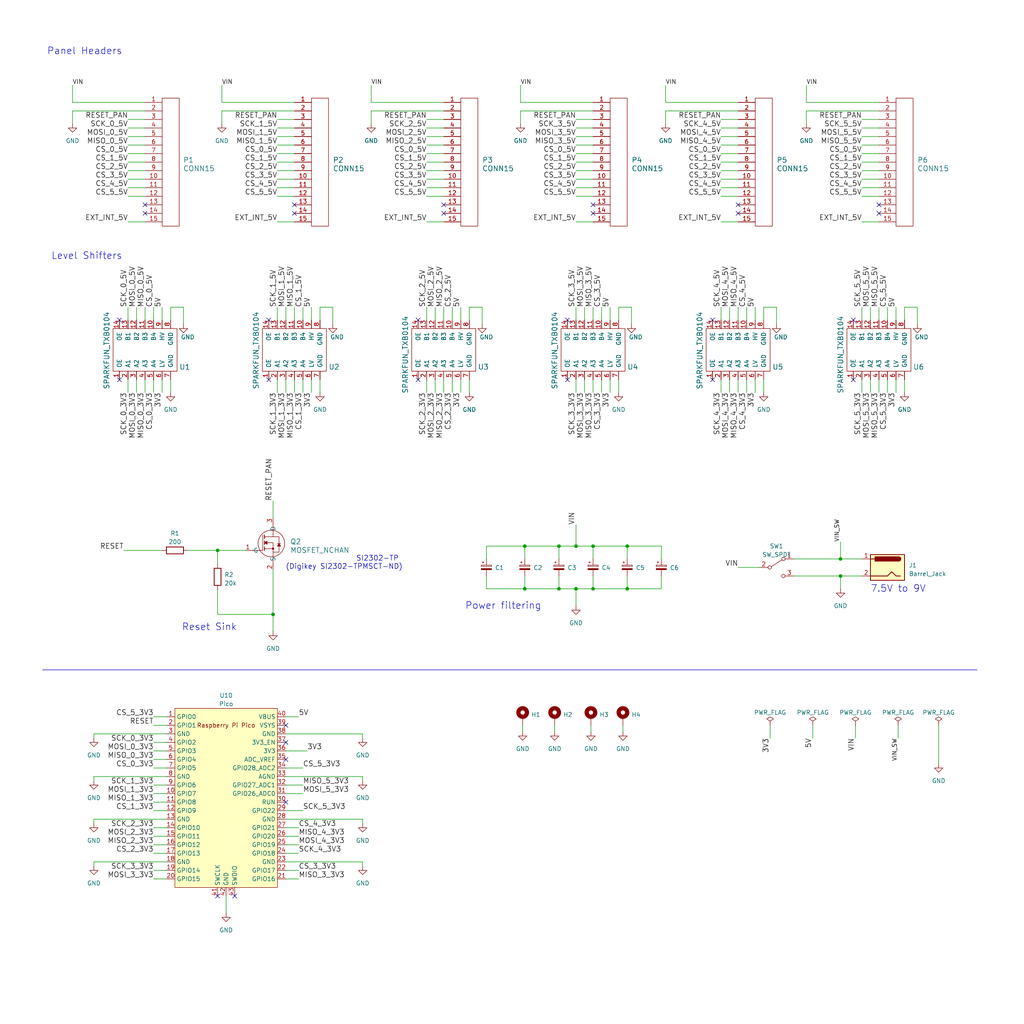
<source format=kicad_sch>
(kicad_sch (version 20230121) (generator eeschema)
  (paper "User" 304.8 304.8)
  (title_block (title "G4 Test Arena Raspberry Pi Pico") (date "07/14/2023") (rev "v0.1") (company "IORodeo"))
  (lib_symbols
    (symbol "Connector:Barrel_Jack" (pin_names (offset 1.016))
      (property "Reference" "J" (at 0 5.334 0))
      (property "Value" "Barrel_Jack" (at 0 -5.08 0))
      (symbol "Barrel_Jack_1_1"
        (pin passive line (at 7.62 2.54 180) (length 2.54) (name "~") (number "1"))
        (pin passive line (at 7.62 -2.54 180) (length 2.54) (name "~") (number "2"))
      )
    )
    (symbol "Device:C_Polarized_Small" (pin_numbers hide) (pin_names (offset 0.254) hide)
      (property "Reference" "C" (at 0.254 1.778 0))
      (property "Value" "C_Polarized_Small" (at 0.254 -2.032 0))
      (symbol "C_Polarized_Small_1_1"
        (pin passive line (at 0 2.54 270) (length 1.8542) (name "~") (number "1"))
        (pin passive line (at 0 -2.54 90) (length 1.8542) (name "~") (number "2"))
      )
    )
    (symbol "Device:R" (pin_numbers hide) (pin_names (offset 0))
      (property "Reference" "R" (at 2.032 0 90))
      (property "Value" "R" (at 0 0 90))
      (symbol "R_1_1"
        (pin passive line (at 0 3.81 270) (length 1.27) (name "~") (number "1"))
        (pin passive line (at 0 -3.81 90) (length 1.27) (name "~") (number "2"))
      )
    )
    (symbol "MCU_RaspberryPi_and_Boards:Pico"
      (property "Reference" "U" (at -13.97 27.94 0))
      (property "Value" "Pico" (at 0 19.05 0))
      (symbol "Pico_0_0"
        (text "Raspberry Pi Pico" (at 0 21.59 0) (effects (font (size 1.27 1.27))))
      )
      (symbol "Pico_1_1"
        (pin bidirectional line (at -17.78 24.13 0) (length 2.54) (name "GPIO0") (number "1"))
        (pin bidirectional line (at -17.78 1.27 0) (length 2.54) (name "GPIO7") (number "10"))
        (pin bidirectional line (at -17.78 -1.27 0) (length 2.54) (name "GPIO8") (number "11"))
        (pin bidirectional line (at -17.78 -3.81 0) (length 2.54) (name "GPIO9") (number "12"))
        (pin power_in line (at -17.78 -6.35 0) (length 2.54) (name "GND") (number "13"))
        (pin bidirectional line (at -17.78 -8.89 0) (length 2.54) (name "GPIO10") (number "14"))
        (pin bidirectional line (at -17.78 -11.43 0) (length 2.54) (name "GPIO11") (number "15"))
        (pin bidirectional line (at -17.78 -13.97 0) (length 2.54) (name "GPIO12") (number "16"))
        (pin bidirectional line (at -17.78 -16.51 0) (length 2.54) (name "GPIO13") (number "17"))
        (pin power_in line (at -17.78 -19.05 0) (length 2.54) (name "GND") (number "18"))
        (pin bidirectional line (at -17.78 -21.59 0) (length 2.54) (name "GPIO14") (number "19"))
        (pin bidirectional line (at -17.78 21.59 0) (length 2.54) (name "GPIO1") (number "2"))
        (pin bidirectional line (at -17.78 -24.13 0) (length 2.54) (name "GPIO15") (number "20"))
        (pin bidirectional line (at 17.78 -24.13 180) (length 2.54) (name "GPIO16") (number "21"))
        (pin bidirectional line (at 17.78 -21.59 180) (length 2.54) (name "GPIO17") (number "22"))
        (pin power_in line (at 17.78 -19.05 180) (length 2.54) (name "GND") (number "23"))
        (pin bidirectional line (at 17.78 -16.51 180) (length 2.54) (name "GPIO18") (number "24"))
        (pin bidirectional line (at 17.78 -13.97 180) (length 2.54) (name "GPIO19") (number "25"))
        (pin bidirectional line (at 17.78 -11.43 180) (length 2.54) (name "GPIO20") (number "26"))
        (pin bidirectional line (at 17.78 -8.89 180) (length 2.54) (name "GPIO21") (number "27"))
        (pin power_in line (at 17.78 -6.35 180) (length 2.54) (name "GND") (number "28"))
        (pin bidirectional line (at 17.78 -3.81 180) (length 2.54) (name "GPIO22") (number "29"))
        (pin power_in line (at -17.78 19.05 0) (length 2.54) (name "GND") (number "3"))
        (pin input line (at 17.78 -1.27 180) (length 2.54) (name "RUN") (number "30"))
        (pin bidirectional line (at 17.78 1.27 180) (length 2.54) (name "GPIO26_ADC0") (number "31"))
        (pin bidirectional line (at 17.78 3.81 180) (length 2.54) (name "GPIO27_ADC1") (number "32"))
        (pin power_in line (at 17.78 6.35 180) (length 2.54) (name "AGND") (number "33"))
        (pin bidirectional line (at 17.78 8.89 180) (length 2.54) (name "GPIO28_ADC2") (number "34"))
        (pin power_in line (at 17.78 11.43 180) (length 2.54) (name "ADC_VREF") (number "35"))
        (pin power_in line (at 17.78 13.97 180) (length 2.54) (name "3V3") (number "36"))
        (pin input line (at 17.78 16.51 180) (length 2.54) (name "3V3_EN") (number "37"))
        (pin bidirectional line (at 17.78 19.05 180) (length 2.54) (name "GND") (number "38"))
        (pin power_in line (at 17.78 21.59 180) (length 2.54) (name "VSYS") (number "39"))
        (pin bidirectional line (at -17.78 16.51 0) (length 2.54) (name "GPIO2") (number "4"))
        (pin power_in line (at 17.78 24.13 180) (length 2.54) (name "VBUS") (number "40"))
        (pin input line (at -2.54 -29.21 90) (length 2.54) (name "SWCLK") (number "41"))
        (pin power_in line (at 0 -29.21 90) (length 2.54) (name "GND") (number "42"))
        (pin bidirectional line (at 2.54 -29.21 90) (length 2.54) (name "SWDIO") (number "43"))
        (pin bidirectional line (at -17.78 13.97 0) (length 2.54) (name "GPIO3") (number "5"))
        (pin bidirectional line (at -17.78 11.43 0) (length 2.54) (name "GPIO4") (number "6"))
        (pin bidirectional line (at -17.78 8.89 0) (length 2.54) (name "GPIO5") (number "7"))
        (pin power_in line (at -17.78 6.35 0) (length 2.54) (name "GND") (number "8"))
        (pin bidirectional line (at -17.78 3.81 0) (length 2.54) (name "GPIO6") (number "9"))
      )
    )
    (symbol "Mechanical:MountingHole_Pad" (pin_numbers hide) (pin_names (offset 1.016) hide)
      (property "Reference" "H" (at 0 6.35 0))
      (property "Value" "MountingHole_Pad" (at 0 4.445 0))
      (symbol "MountingHole_Pad_1_1"
        (pin input line (at 0 -2.54 90) (length 2.54) (name "1") (number "1"))
      )
    )
    (symbol "Switch:SW_SPDT" (pin_names (offset 0) hide)
      (property "Reference" "SW" (at 0 4.318 0))
      (property "Value" "SW_SPDT" (at 0 -5.08 0))
      (symbol "SW_SPDT_1_1"
        (pin passive line (at 5.08 2.54 180) (length 2.54) (name "A") (number "1"))
        (pin passive line (at -5.08 0 0) (length 2.54) (name "B") (number "2"))
        (pin passive line (at 5.08 -2.54 180) (length 2.54) (name "C") (number "3"))
      )
    )
    (symbol "arena_custom:CONN15" (pin_names (offset 1.016))
      (property "Reference" "P" (at -17.78 6.35 0))
      (property "Value" "CONN15" (at 13.97 6.35 0))
      (symbol "CONN15_1_1"
        (pin passive line (at -17.78 -5.08 90) (length 5.08) (name "~") (number "1"))
        (pin passive line (at 5.08 -5.08 90) (length 5.08) (name "~") (number "10"))
        (pin passive line (at 7.62 -5.08 90) (length 5.08) (name "~") (number "11"))
        (pin passive line (at 10.16 -5.08 90) (length 5.08) (name "~") (number "12"))
        (pin passive line (at 12.7 -5.08 90) (length 5.08) (name "~") (number "13"))
        (pin passive line (at 15.24 -5.08 90) (length 5.08) (name "~") (number "14"))
        (pin passive line (at 17.78 -5.08 90) (length 5.08) (name "~") (number "15"))
        (pin passive line (at -15.24 -5.08 90) (length 5.08) (name "~") (number "2"))
        (pin passive line (at -12.7 -5.08 90) (length 5.08) (name "~") (number "3"))
        (pin passive line (at -10.16 -5.08 90) (length 5.08) (name "~") (number "4"))
        (pin passive line (at -7.62 -5.08 90) (length 5.08) (name "~") (number "5"))
        (pin passive line (at -5.08 -5.08 90) (length 5.08) (name "~") (number "6"))
        (pin passive line (at -2.54 -5.08 90) (length 5.08) (name "~") (number "7"))
        (pin passive line (at 0 -5.08 90) (length 5.08) (name "~") (number "8"))
        (pin passive line (at 2.54 -5.08 90) (length 5.08) (name "~") (number "9"))
      )
    )
    (symbol "arena_custom:MOSFET_NCHAN" (pin_names (offset 1.016))
      (property "Reference" "Q" (at -4.826 6.35 0))
      (property "Value" "MOSFET_NCHAN" (at 0.381 -7.62 0))
      (symbol "MOSFET_NCHAN_1_1"
        (pin input line (at -8.128 0 0) (length 1.27) (name "G") (number "1"))
        (pin input line (at 0 -5.588 90) (length 1.27) (name "S") (number "2"))
        (pin input line (at 0 9.525 270) (length 1.27) (name "D") (number "3"))
      )
    )
    (symbol "arena_custom:SPARKFUN_TXB0104" (pin_names (offset 1.016))
      (property "Reference" "U" (at 0 11.43 0))
      (property "Value" "SPARKFUN_TXB0104" (at 0 -11.43 0))
      (symbol "SPARKFUN_TXB0104_1_1"
        (pin passive line (at -8.89 7.62 0) (length 2.54) (name "OE") (number "1"))
        (pin input line (at 8.89 -2.54 180) (length 2.54) (name "B4") (number "10"))
        (pin bidirectional line (at 8.89 0 180) (length 2.54) (name "B3") (number "11"))
        (pin bidirectional line (at 8.89 2.54 180) (length 2.54) (name "B2") (number "12"))
        (pin bidirectional line (at 8.89 5.08 180) (length 2.54) (name "B1") (number "13"))
        (pin passive line (at 8.89 7.62 180) (length 2.54) (name "OE") (number "14"))
        (pin bidirectional line (at -8.89 5.08 0) (length 2.54) (name "A1") (number "2"))
        (pin bidirectional line (at -8.89 2.54 0) (length 2.54) (name "A2") (number "3"))
        (pin input line (at -8.89 0 0) (length 2.54) (name "A3") (number "4"))
        (pin bidirectional line (at -8.89 -2.54 0) (length 2.54) (name "A4") (number "5"))
        (pin power_in line (at -8.89 -5.08 0) (length 2.54) (name "LV") (number "6"))
        (pin power_in line (at -8.89 -7.62 0) (length 2.54) (name "GND") (number "7"))
        (pin power_in line (at 8.89 -7.62 180) (length 2.54) (name "GND") (number "8"))
        (pin power_in line (at 8.89 -5.08 180) (length 2.54) (name "HV") (number "9"))
      )
    )
    (symbol "power:GND" (power) (pin_names (offset 0))
      (property "Value" "GND" (at 0 -3.81 0))
      (symbol "GND_1_1"
        (pin power_in line (at 0 0 270) (length 0) hide (name "GND") (number "1"))
      )
    )
    (symbol "power:PWR_FLAG" (power) (pin_numbers hide) (pin_names (offset 0) hide)
      (property "Value" "PWR_FLAG" (at 0 3.81 0))
      (symbol "PWR_FLAG_0_0"
        (pin power_out line (at 0 0 90) (length 0) (name "pwr") (number "1"))
      )
    )
  )
  (junction (at 186.69 162.56))
  (junction (at 171.45 162.56))
  (junction (at 156.21 175.26))
  (junction (at 166.37 162.56))
  (junction (at 64.77 163.83))
  (junction (at 186.69 175.26))
  (junction (at 156.21 162.56))
  (junction (at 176.53 175.26))
  (junction (at 176.53 162.56))
  (junction (at 171.45 175.26))
  (junction (at 250.19 166.37))
  (junction (at 250.19 171.45))
  (junction (at 166.37 175.26))
  (junction (at 81.28 182.88))
  (no_connect (at 132.08 60.96))
  (no_connect (at 85.09 215.9))
  (no_connect (at 35.56 113.03))
  (no_connect (at 43.18 60.96))
  (no_connect (at 168.91 113.03))
  (no_connect (at 85.09 220.98))
  (no_connect (at 124.46 113.03))
  (no_connect (at 176.53 63.5))
  (no_connect (at 254 95.25))
  (no_connect (at 261.62 60.96))
  (no_connect (at 85.09 226.06))
  (no_connect (at 87.63 63.5))
  (no_connect (at 80.01 95.25))
  (no_connect (at 212.09 113.03))
  (no_connect (at 176.53 60.96))
  (no_connect (at 168.91 95.25))
  (no_connect (at 80.01 113.03))
  (no_connect (at 87.63 60.96))
  (no_connect (at 64.77 266.7))
  (no_connect (at 219.71 63.5))
  (no_connect (at 85.09 238.76))
  (no_connect (at 261.62 63.5))
  (no_connect (at 219.71 60.96))
  (no_connect (at 69.85 266.7))
  (no_connect (at 254 113.03))
  (no_connect (at 212.09 95.25))
  (no_connect (at 124.46 95.25))
  (no_connect (at 35.56 95.25))
  (no_connect (at 43.18 63.5))
  (no_connect (at 132.08 63.5))
  (wire (pts (xy 82.55 113.03) (xy 82.55 116.84)))
  (wire (pts (xy 66.04 33.02) (xy 87.63 33.02)))
  (wire (pts (xy 85.09 218.44) (xy 107.95 218.44)))
  (wire (pts (xy 176.53 162.56) (xy 176.53 166.37)))
  (polyline (pts (xy 12.7 199.39) (xy 290.83 199.39)))
  (wire (pts (xy 88.9 254) (xy 85.09 254)))
  (wire (pts (xy 261.62 50.8) (xy 256.54 50.8)))
  (wire (pts (xy 227.33 113.03) (xy 227.33 116.84)))
  (wire (pts (xy 45.72 259.08) (xy 49.53 259.08)))
  (wire (pts (xy 50.8 91.44) (xy 54.61 91.44)))
  (wire (pts (xy 45.72 261.62) (xy 49.53 261.62)))
  (wire (pts (xy 43.18 40.64) (xy 38.1 40.64)))
  (wire (pts (xy 171.45 175.26) (xy 171.45 180.34)))
  (wire (pts (xy 95.25 91.44) (xy 99.06 91.44)))
  (wire (pts (xy 224.79 113.03) (xy 224.79 116.84)))
  (wire (pts (xy 87.63 38.1) (xy 82.55 38.1)))
  (wire (pts (xy 219.71 53.34) (xy 214.63 53.34)))
  (wire (pts (xy 154.94 33.02) (xy 176.53 33.02)))
  (wire (pts (xy 132.08 55.88) (xy 127 55.88)))
  (wire (pts (xy 45.72 223.52) (xy 49.53 223.52)))
  (wire (pts (xy 45.72 251.46) (xy 49.53 251.46)))
  (wire (pts (xy 87.63 43.18) (xy 82.55 43.18)))
  (wire (pts (xy 87.63 50.8) (xy 82.55 50.8)))
  (wire (pts (xy 219.71 45.72) (xy 214.63 45.72)))
  (wire (pts (xy 261.62 38.1) (xy 256.54 38.1)))
  (wire (pts (xy 219.71 55.88) (xy 214.63 55.88)))
  (wire (pts (xy 261.62 43.18) (xy 256.54 43.18)))
  (wire (pts (xy 40.64 113.03) (xy 40.64 116.84)))
  (wire (pts (xy 240.03 33.02) (xy 240.03 36.83)))
  (wire (pts (xy 144.78 162.56) (xy 156.21 162.56)))
  (wire (pts (xy 186.69 162.56) (xy 186.69 166.37)))
  (wire (pts (xy 219.71 58.42) (xy 214.63 58.42)))
  (wire (pts (xy 95.25 91.44) (xy 95.25 95.25)))
  (wire (pts (xy 43.18 66.04) (xy 38.1 66.04)))
  (wire (pts (xy 43.18 45.72) (xy 38.1 45.72)))
  (wire (pts (xy 264.16 95.25) (xy 264.16 91.44)))
  (wire (pts (xy 88.9 251.46) (xy 85.09 251.46)))
  (wire (pts (xy 27.94 218.44) (xy 27.94 219.71)))
  (wire (pts (xy 87.63 58.42) (xy 82.55 58.42)))
  (wire (pts (xy 38.1 113.03) (xy 38.1 116.84)))
  (wire (pts (xy 88.9 259.08) (xy 85.09 259.08)))
  (wire (pts (xy 64.77 182.88) (xy 81.28 182.88)))
  (wire (pts (xy 21.59 25.4) (xy 21.59 30.48)))
  (wire (pts (xy 132.08 48.26) (xy 127 48.26)))
  (wire (pts (xy 176.53 113.03) (xy 176.53 116.84)))
  (wire (pts (xy 219.71 35.56) (xy 214.63 35.56)))
  (wire (pts (xy 137.16 95.25) (xy 137.16 91.44)))
  (wire (pts (xy 240.03 30.48) (xy 261.62 30.48)))
  (wire (pts (xy 176.53 50.8) (xy 171.45 50.8)))
  (wire (pts (xy 139.7 113.03) (xy 139.7 116.84)))
  (wire (pts (xy 43.18 38.1) (xy 38.1 38.1)))
  (wire (pts (xy 198.12 33.02) (xy 198.12 36.83)))
  (wire (pts (xy 261.62 58.42) (xy 256.54 58.42)))
  (wire (pts (xy 261.62 113.03) (xy 261.62 116.84)))
  (wire (pts (xy 176.53 55.88) (xy 171.45 55.88)))
  (wire (pts (xy 66.04 33.02) (xy 66.04 36.83)))
  (wire (pts (xy 43.18 53.34) (xy 38.1 53.34)))
  (wire (pts (xy 176.53 175.26) (xy 186.69 175.26)))
  (wire (pts (xy 156.21 162.56) (xy 166.37 162.56)))
  (wire (pts (xy 266.7 95.25) (xy 266.7 91.44)))
  (wire (pts (xy 43.18 50.8) (xy 38.1 50.8)))
  (wire (pts (xy 127 113.03) (xy 127 116.84)))
  (wire (pts (xy 27.94 256.54) (xy 27.94 257.81)))
  (wire (pts (xy 45.72 233.68) (xy 49.53 233.68)))
  (wire (pts (xy 45.72 254) (xy 49.53 254)))
  (wire (pts (xy 82.55 95.25) (xy 82.55 91.44)))
  (wire (pts (xy 67.31 266.7) (xy 67.31 271.78)))
  (wire (pts (xy 132.08 53.34) (xy 127 53.34)))
  (wire (pts (xy 45.72 213.36) (xy 49.53 213.36)))
  (wire (pts (xy 21.59 30.48) (xy 43.18 30.48)))
  (wire (pts (xy 45.72 238.76) (xy 49.53 238.76)))
  (wire (pts (xy 129.54 95.25) (xy 129.54 91.44)))
  (wire (pts (xy 85.09 243.84) (xy 107.95 243.84)))
  (wire (pts (xy 110.49 25.4) (xy 110.49 30.48)))
  (wire (pts (xy 173.99 113.03) (xy 173.99 116.84)))
  (wire (pts (xy 110.49 30.48) (xy 132.08 30.48)))
  (wire (pts (xy 90.17 113.03) (xy 90.17 116.84)))
  (wire (pts (xy 43.18 35.56) (xy 38.1 35.56)))
  (wire (pts (xy 43.18 48.26) (xy 38.1 48.26)))
  (wire (pts (xy 45.72 236.22) (xy 49.53 236.22)))
  (wire (pts (xy 256.54 113.03) (xy 256.54 116.84)))
  (wire (pts (xy 166.37 162.56) (xy 166.37 166.37)))
  (wire (pts (xy 85.09 228.6) (xy 90.17 228.6)))
  (wire (pts (xy 88.9 246.38) (xy 85.09 246.38)))
  (wire (pts (xy 66.04 30.48) (xy 87.63 30.48)))
  (wire (pts (xy 107.95 243.84) (xy 107.95 245.11)))
  (wire (pts (xy 198.12 25.4) (xy 198.12 30.48)))
  (wire (pts (xy 229.235 215.9) (xy 229.235 219.71)))
  (wire (pts (xy 27.94 231.14) (xy 27.94 232.41)))
  (wire (pts (xy 85.09 113.03) (xy 85.09 116.84)))
  (wire (pts (xy 176.53 162.56) (xy 186.69 162.56)))
  (wire (pts (xy 176.53 95.25) (xy 176.53 91.44)))
  (wire (pts (xy 264.16 113.03) (xy 264.16 116.84)))
  (wire (pts (xy 179.07 95.25) (xy 179.07 91.44)))
  (wire (pts (xy 137.16 113.03) (xy 137.16 116.84)))
  (wire (pts (xy 107.95 218.44) (xy 107.95 219.71)))
  (wire (pts (xy 66.04 25.4) (xy 66.04 30.48)))
  (wire (pts (xy 88.9 261.62) (xy 85.09 261.62)))
  (wire (pts (xy 45.72 226.06) (xy 49.53 226.06)))
  (wire (pts (xy 176.53 48.26) (xy 171.45 48.26)))
  (wire (pts (xy 85.09 213.36) (xy 88.9 213.36)))
  (wire (pts (xy 87.63 95.25) (xy 87.63 91.44)))
  (wire (pts (xy 144.78 171.45) (xy 144.78 175.26)))
  (wire (pts (xy 181.61 95.25) (xy 181.61 91.44)))
  (wire (pts (xy 186.69 175.26) (xy 186.69 171.45)))
  (wire (pts (xy 219.71 38.1) (xy 214.63 38.1)))
  (wire (pts (xy 279.4 215.9) (xy 279.4 227.33)))
  (wire (pts (xy 171.45 53.34) (xy 176.53 53.34)))
  (wire (pts (xy 87.63 40.64) (xy 82.55 40.64)))
  (wire (pts (xy 269.24 113.03) (xy 269.24 116.84)))
  (wire (pts (xy 166.37 162.56) (xy 171.45 162.56)))
  (wire (pts (xy 95.25 113.03) (xy 95.25 116.84)))
  (wire (pts (xy 132.08 50.8) (xy 127 50.8)))
  (wire (pts (xy 214.63 113.03) (xy 214.63 116.84)))
  (wire (pts (xy 88.9 248.92) (xy 85.09 248.92)))
  (wire (pts (xy 250.19 171.45) (xy 250.19 175.26)))
  (wire (pts (xy 155.575 215.9) (xy 155.575 217.805)))
  (wire (pts (xy 49.53 243.84) (xy 27.94 243.84)))
  (wire (pts (xy 196.85 162.56) (xy 196.85 166.37)))
  (wire (pts (xy 171.45 175.26) (xy 176.53 175.26)))
  (wire (pts (xy 261.62 95.25) (xy 261.62 91.44)))
  (wire (pts (xy 256.54 95.25) (xy 256.54 91.44)))
  (wire (pts (xy 154.94 25.4) (xy 154.94 30.48)))
  (wire (pts (xy 132.08 38.1) (xy 127 38.1)))
  (wire (pts (xy 176.53 38.1) (xy 171.45 38.1)))
  (wire (pts (xy 45.72 113.03) (xy 45.72 116.84)))
  (wire (pts (xy 176.53 35.56) (xy 171.45 35.56)))
  (wire (pts (xy 176.53 40.64) (xy 171.45 40.64)))
  (wire (pts (xy 175.895 215.9) (xy 175.895 217.805)))
  (wire (pts (xy 144.78 166.37) (xy 144.78 162.56)))
  (wire (pts (xy 176.53 175.26) (xy 176.53 171.45)))
  (wire (pts (xy 48.26 113.03) (xy 48.26 116.84)))
  (wire (pts (xy 45.72 246.38) (xy 49.53 246.38)))
  (wire (pts (xy 171.45 156.21) (xy 171.45 162.56)))
  (wire (pts (xy 132.08 66.04) (xy 127 66.04)))
  (wire (pts (xy 85.09 241.3) (xy 90.17 241.3)))
  (wire (pts (xy 261.62 35.56) (xy 256.54 35.56)))
  (wire (pts (xy 50.8 91.44) (xy 50.8 95.25)))
  (wire (pts (xy 173.99 95.25) (xy 173.99 91.44)))
  (wire (pts (xy 21.59 33.02) (xy 21.59 36.83)))
  (wire (pts (xy 132.08 95.25) (xy 132.08 91.44)))
  (wire (pts (xy 196.85 171.45) (xy 196.85 175.26)))
  (wire (pts (xy 171.45 113.03) (xy 171.45 116.84)))
  (wire (pts (xy 36.83 163.83) (xy 48.26 163.83)))
  (wire (pts (xy 132.08 40.64) (xy 127 40.64)))
  (wire (pts (xy 50.8 113.03) (xy 50.8 116.84)))
  (wire (pts (xy 222.25 113.03) (xy 222.25 116.84)))
  (wire (pts (xy 171.45 162.56) (xy 176.53 162.56)))
  (wire (pts (xy 179.07 113.03) (xy 179.07 116.84)))
  (wire (pts (xy 132.08 45.72) (xy 127 45.72)))
  (wire (pts (xy 250.19 171.45) (xy 256.54 171.45)))
  (wire (pts (xy 236.22 166.37) (xy 250.19 166.37)))
  (wire (pts (xy 43.18 55.88) (xy 38.1 55.88)))
  (wire (pts (xy 43.18 43.18) (xy 38.1 43.18)))
  (wire (pts (xy 226.06 168.91) (xy 219.71 168.91)))
  (wire (pts (xy 154.94 30.48) (xy 176.53 30.48)))
  (wire (pts (xy 250.19 166.37) (xy 256.54 166.37)))
  (wire (pts (xy 132.08 113.03) (xy 132.08 116.84)))
  (wire (pts (xy 110.49 33.02) (xy 110.49 36.83)))
  (wire (pts (xy 261.62 45.72) (xy 256.54 45.72)))
  (wire (pts (xy 241.935 215.9) (xy 241.935 219.71)))
  (wire (pts (xy 139.7 91.44) (xy 139.7 95.25)))
  (wire (pts (xy 184.15 91.44) (xy 187.96 91.44)))
  (wire (pts (xy 45.72 248.92) (xy 49.53 248.92)))
  (wire (pts (xy 87.63 53.34) (xy 82.55 53.34)))
  (wire (pts (xy 107.95 256.54) (xy 107.95 257.81)))
  (wire (pts (xy 267.335 215.9) (xy 267.335 219.71)))
  (wire (pts (xy 217.17 113.03) (xy 217.17 116.84)))
  (wire (pts (xy 219.71 40.64) (xy 214.63 40.64)))
  (wire (pts (xy 261.62 48.26) (xy 256.54 48.26)))
  (wire (pts (xy 45.72 241.3) (xy 49.53 241.3)))
  (wire (pts (xy 27.94 243.84) (xy 27.94 245.11)))
  (wire (pts (xy 92.71 113.03) (xy 92.71 116.84)))
  (wire (pts (xy 144.78 175.26) (xy 156.21 175.26)))
  (wire (pts (xy 85.09 223.52) (xy 91.44 223.52)))
  (wire (pts (xy 219.71 48.26) (xy 214.63 48.26)))
  (wire (pts (xy 49.53 218.44) (xy 27.94 218.44)))
  (wire (pts (xy 198.12 33.02) (xy 219.71 33.02)))
  (wire (pts (xy 184.15 91.44) (xy 184.15 95.25)))
  (wire (pts (xy 261.62 40.64) (xy 256.54 40.64)))
  (wire (pts (xy 85.09 95.25) (xy 85.09 91.44)))
  (wire (pts (xy 85.09 236.22) (xy 90.17 236.22)))
  (wire (pts (xy 87.63 55.88) (xy 82.55 55.88)))
  (wire (pts (xy 254.635 215.9) (xy 254.635 219.71)))
  (wire (pts (xy 181.61 113.03) (xy 181.61 116.84)))
  (wire (pts (xy 134.62 95.25) (xy 134.62 91.44)))
  (wire (pts (xy 219.71 113.03) (xy 219.71 116.84)))
  (wire (pts (xy 250.19 166.37) (xy 250.19 161.29)))
  (wire (pts (xy 45.72 228.6) (xy 49.53 228.6)))
  (wire (pts (xy 184.15 113.03) (xy 184.15 116.84)))
  (wire (pts (xy 85.09 231.14) (xy 107.95 231.14)))
  (wire (pts (xy 21.59 33.02) (xy 43.18 33.02)))
  (wire (pts (xy 87.63 35.56) (xy 82.55 35.56)))
  (wire (pts (xy 49.53 231.14) (xy 27.94 231.14)))
  (wire (pts (xy 129.54 113.03) (xy 129.54 116.84)))
  (wire (pts (xy 219.71 66.04) (xy 214.63 66.04)))
  (wire (pts (xy 55.88 163.83) (xy 64.77 163.83)))
  (wire (pts (xy 269.24 91.44) (xy 269.24 95.25)))
  (wire (pts (xy 196.85 175.26) (xy 186.69 175.26)))
  (wire (pts (xy 132.08 43.18) (xy 127 43.18)))
  (wire (pts (xy 48.26 95.25) (xy 48.26 91.44)))
  (wire (pts (xy 85.09 233.68) (xy 90.17 233.68)))
  (wire (pts (xy 99.06 91.44) (xy 99.06 96.52)))
  (wire (pts (xy 227.33 91.44) (xy 231.14 91.44)))
  (wire (pts (xy 45.72 95.25) (xy 45.72 91.44)))
  (wire (pts (xy 219.71 95.25) (xy 219.71 91.44)))
  (wire (pts (xy 81.28 182.88) (xy 81.28 187.96)))
  (wire (pts (xy 261.62 66.04) (xy 256.54 66.04)))
  (wire (pts (xy 224.79 95.25) (xy 224.79 91.44)))
  (wire (pts (xy 187.96 91.44) (xy 187.96 96.52)))
  (wire (pts (xy 90.17 95.25) (xy 90.17 91.44)))
  (wire (pts (xy 176.53 45.72) (xy 171.45 45.72)))
  (wire (pts (xy 54.61 91.44) (xy 54.61 96.52)))
  (wire (pts (xy 176.53 58.42) (xy 171.45 58.42)))
  (wire (pts (xy 45.72 220.98) (xy 49.53 220.98)))
  (wire (pts (xy 107.95 231.14) (xy 107.95 232.41)))
  (wire (pts (xy 266.7 113.03) (xy 266.7 116.84)))
  (wire (pts (xy 134.62 113.03) (xy 134.62 116.84)))
  (wire (pts (xy 240.03 25.4) (xy 240.03 30.48)))
  (wire (pts (xy 156.21 162.56) (xy 156.21 166.37)))
  (wire (pts (xy 165.1 215.9) (xy 165.1 217.805)))
  (wire (pts (xy 43.18 58.42) (xy 38.1 58.42)))
  (wire (pts (xy 261.62 53.34) (xy 256.54 53.34)))
  (wire (pts (xy 49.53 256.54) (xy 27.94 256.54)))
  (wire (pts (xy 231.14 91.44) (xy 231.14 96.52)))
  (wire (pts (xy 222.25 95.25) (xy 222.25 91.44)))
  (wire (pts (xy 171.45 43.18) (xy 176.53 43.18)))
  (wire (pts (xy 110.49 33.02) (xy 132.08 33.02)))
  (wire (pts (xy 166.37 175.26) (xy 171.45 175.26)))
  (wire (pts (xy 259.08 95.25) (xy 259.08 91.44)))
  (wire (pts (xy 87.63 45.72) (xy 82.55 45.72)))
  (wire (pts (xy 166.37 171.45) (xy 166.37 175.26)))
  (wire (pts (xy 38.1 95.25) (xy 38.1 91.44)))
  (wire (pts (xy 64.77 163.83) (xy 64.77 167.894)))
  (wire (pts (xy 261.62 55.88) (xy 256.54 55.88)))
  (wire (pts (xy 40.64 95.25) (xy 40.64 91.44)))
  (wire (pts (xy 85.09 256.54) (xy 107.95 256.54)))
  (wire (pts (xy 92.71 95.25) (xy 92.71 91.44)))
  (wire (pts (xy 219.71 43.18) (xy 214.63 43.18)))
  (wire (pts (xy 87.63 48.26) (xy 82.55 48.26)))
  (wire (pts (xy 176.53 66.04) (xy 171.45 66.04)))
  (wire (pts (xy 156.21 175.26) (xy 166.37 175.26)))
  (wire (pts (xy 45.72 215.9) (xy 49.53 215.9)))
  (wire (pts (xy 43.18 113.03) (xy 43.18 116.84)))
  (wire (pts (xy 269.24 91.44) (xy 273.05 91.44)))
  (wire (pts (xy 132.08 58.42) (xy 127 58.42)))
  (wire (pts (xy 259.08 113.03) (xy 259.08 116.84)))
  (wire (pts (xy 87.63 66.04) (xy 82.55 66.04)))
  (wire (pts (xy 139.7 91.44) (xy 143.51 91.44)))
  (wire (pts (xy 198.12 30.48) (xy 219.71 30.48)))
  (wire (pts (xy 154.94 33.02) (xy 154.94 36.83)))
  (wire (pts (xy 171.45 95.25) (xy 171.45 91.44)))
  (wire (pts (xy 43.18 95.25) (xy 43.18 91.44)))
  (wire (pts (xy 217.17 95.25) (xy 217.17 91.44)))
  (wire (pts (xy 219.71 50.8) (xy 214.63 50.8)))
  (wire (pts (xy 64.77 175.514) (xy 64.77 182.88)))
  (wire (pts (xy 214.63 95.25) (xy 214.63 91.44)))
  (wire (pts (xy 64.77 163.83) (xy 73.152 163.83)))
  (wire (pts (xy 240.03 33.02) (xy 261.62 33.02)))
  (wire (pts (xy 127 95.25) (xy 127 91.44)))
  (wire (pts (xy 156.21 175.26) (xy 156.21 171.45)))
  (wire (pts (xy 87.63 113.03) (xy 87.63 116.84)))
  (wire (pts (xy 81.28 169.418) (xy 81.28 182.88)))
  (wire (pts (xy 81.28 154.305) (xy 81.28 149.098)))
  (wire (pts (xy 143.51 91.44) (xy 143.51 96.52)))
  (wire (pts (xy 185.42 215.9) (xy 185.42 217.805)))
  (wire (pts (xy 132.08 35.56) (xy 127 35.56)))
  (wire (pts (xy 236.22 171.45) (xy 250.19 171.45)))
  (wire (pts (xy 273.05 91.44) (xy 273.05 96.52)))
  (wire (pts (xy 186.69 162.56) (xy 196.85 162.56)))
  (wire (pts (xy 227.33 91.44) (xy 227.33 95.25)))
  (text "SI2302-TP \n(Digikey SI2302-TPMSCT-ND)" (at 119.888 169.672 0) (effects (font (size 1.524 1.524)) (justify right bottom)))
  (text "Level Shifters" (at 15.24 77.47 0) (effects (font (size 2.032 2.032)) (justify left bottom)))
  (text "Panel Headers" (at 13.97 16.51 0) (effects (font (size 2.032 2.032)) (justify left bottom)))
  (text "Power filtering\n" (at 138.43 181.61 0) (effects (font (size 2.032 2.032)) (justify left bottom)))
  (text "7.5V to 9V" (at 259.08 176.53 0) (effects (font (size 2.032 2.032)) (justify left bottom)))
  (text "Reset Sink" (at 54.102 187.96 0) (effects (font (size 2.032 2.032)) (justify left bottom)))
  (label "RESET_PAN" (at 127 35.56 180) (effects (font (size 1.524 1.524))))
  (label "CS_5_5V" (at 82.55 58.42 180) (effects (font (size 1.524 1.524))))
  (label "CS_0_5V" (at 256.54 45.72 180) (effects (font (size 1.524 1.524))))
  (label "CS_2_5V" (at 171.45 50.8 180) (effects (font (size 1.524 1.524))))
  (label "5V" (at 88.9 213.36 0) (effects (font (size 1.524 1.524))))
  (label "CS_2_3V3" (at 134.62 116.84 270) (effects (font (size 1.524 1.524))))
  (label "MISO_4_5V" (at 219.71 91.44 90) (effects (font (size 1.524 1.524))))
  (label "CS_0_5V" (at 127 45.72 180) (effects (font (size 1.524 1.524))))
  (label "CS_3_3V3" (at 179.07 116.84 270) (effects (font (size 1.524 1.524))))
  (label "SCK_1_3V3" (at 82.55 116.84 270) (effects (font (size 1.524 1.524))))
  (label "CS_0_3V3" (at 45.72 116.84 270) (effects (font (size 1.524 1.524))))
  (label "EXT_INT_5V" (at 38.1 66.04 180) (effects (font (size 1.524 1.524))))
  (label "MISO_3_5V" (at 176.53 91.44 90) (effects (font (size 1.524 1.524))))
  (label "MOSI_4_5V" (at 214.63 40.64 180) (effects (font (size 1.524 1.524))))
  (label "MOSI_3_5V" (at 171.45 40.64 180) (effects (font (size 1.524 1.524))))
  (label "MISO_3_5V" (at 171.45 43.18 180) (effects (font (size 1.524 1.524))))
  (label "CS_4_3V3" (at 88.9 246.38 0) (effects (font (size 1.524 1.524))))
  (label "5V" (at 224.79 91.44 90) (effects (font (size 1.524 1.524))))
  (label "5V" (at 266.7 91.44 90) (effects (font (size 1.524 1.524))))
  (label "RESET" (at 36.83 163.83 180) (effects (font (size 1.524 1.524))))
  (label "SCK_4_3V3" (at 214.63 116.84 270) (effects (font (size 1.524 1.524))))
  (label "MOSI_2_5V" (at 129.54 91.44 90) (effects (font (size 1.524 1.524))))
  (label "CS_4_5V" (at 222.25 91.44 90) (effects (font (size 1.524 1.524))))
  (label "CS_3_5V" (at 82.55 53.34 180) (effects (font (size 1.524 1.524))))
  (label "CS_3_5V" (at 127 53.34 180) (effects (font (size 1.524 1.524))))
  (label "MISO_4_5V" (at 214.63 43.18 180) (effects (font (size 1.524 1.524))))
  (label "CS_5_3V3" (at 90.17 228.6 0) (effects (font (size 1.524 1.524))))
  (label "CS_2_5V" (at 127 50.8 180) (effects (font (size 1.524 1.524))))
  (label "SCK_0_3V3" (at 38.1 116.84 270) (effects (font (size 1.524 1.524))))
  (label "MISO_1_5V" (at 82.55 43.18 180) (effects (font (size 1.524 1.524))))
  (label "MISO_5_5V" (at 256.54 43.18 180) (effects (font (size 1.524 1.524))))
  (label "CS_0_5V" (at 45.72 91.44 90) (effects (font (size 1.524 1.524))))
  (label "3V3" (at 48.26 116.84 270) (effects (font (size 1.524 1.524))))
  (label "3V3" (at 266.7 116.84 270) (effects (font (size 1.524 1.524))))
  (label "3V3" (at 229.235 219.71 270) (effects (font (size 1.524 1.524))))
  (label "3V3" (at 92.71 116.84 270) (effects (font (size 1.524 1.524))))
  (label "SCK_1_5V" (at 82.55 38.1 180) (effects (font (size 1.524 1.524))))
  (label "MOSI_5_3V3" (at 90.17 236.22 0) (effects (font (size 1.524 1.524))))
  (label "VIN" (at 219.71 168.91 180) (effects (font (size 1.524 1.524))))
  (label "RESET_PAN" (at 81.28 149.098 90) (effects (font (size 1.524 1.524))))
  (label "MISO_1_3V3" (at 45.72 238.76 180) (effects (font (size 1.524 1.524))))
  (label "EXT_INT_5V" (at 214.63 66.04 180) (effects (font (size 1.524 1.524))))
  (label "MOSI_1_5V" (at 85.09 91.44 90) (effects (font (size 1.524 1.524))))
  (label "SCK_0_5V" (at 38.1 38.1 180) (effects (font (size 1.524 1.524))))
  (label "MOSI_2_3V3" (at 45.72 248.92 180) (effects (font (size 1.524 1.524))))
  (label "CS_0_5V" (at 171.45 45.72 180) (effects (font (size 1.524 1.524))))
  (label "SCK_4_3V3" (at 88.9 254 0) (effects (font (size 1.524 1.524))))
  (label "SCK_2_5V" (at 127 38.1 180) (effects (font (size 1.524 1.524))))
  (label "CS_2_3V3" (at 45.72 254 180) (effects (font (size 1.524 1.524))))
  (label "MOSI_3_5V" (at 173.99 91.44 90) (effects (font (size 1.524 1.524))))
  (label "CS_2_5V" (at 256.54 50.8 180) (effects (font (size 1.524 1.524))))
  (label "SCK_1_5V" (at 82.55 91.44 90) (effects (font (size 1.524 1.524))))
  (label "MOSI_1_5V" (at 82.55 40.64 180) (effects (font (size 1.524 1.524))))
  (label "CS_0_5V" (at 82.55 45.72 180) (effects (font (size 1.524 1.524))))
  (label "5V" (at 92.71 91.44 90) (effects (font (size 1.524 1.524))))
  (label "CS_3_5V" (at 171.45 53.34 180) (effects (font (size 1.524 1.524))))
  (label "MOSI_0_3V3" (at 40.64 116.84 270) (effects (font (size 1.524 1.524))))
  (label "CS_1_3V3" (at 90.17 116.84 270) (effects (font (size 1.524 1.524))))
  (label "CS_1_5V" (at 256.54 48.26 180) (effects (font (size 1.524 1.524))))
  (label "VIN" (at 198.12 25.4 0))
  (label "MISO_0_5V" (at 43.18 91.44 90) (effects (font (size 1.524 1.524))))
  (label "MISO_4_3V3" (at 88.9 248.92 0) (effects (font (size 1.524 1.524))))
  (label "RESET_PAN" (at 38.1 35.56 180) (effects (font (size 1.524 1.524))))
  (label "CS_5_3V3" (at 45.72 213.36 180) (effects (font (size 1.524 1.524))))
  (label "MISO_3_3V3" (at 176.53 116.84 270) (effects (font (size 1.524 1.524))))
  (label "SCK_5_3V3" (at 256.54 116.84 270) (effects (font (size 1.524 1.524))))
  (label "MOSI_2_3V3" (at 129.54 116.84 270) (effects (font (size 1.524 1.524))))
  (label "MOSI_3_3V3" (at 45.72 261.62 180) (effects (font (size 1.524 1.524))))
  (label "MISO_0_5V" (at 38.1 43.18 180) (effects (font (size 1.524 1.524))))
  (label "SCK_4_5V" (at 214.63 38.1 180) (effects (font (size 1.524 1.524))))
  (label "CS_3_3V3" (at 88.9 259.08 0) (effects (font (size 1.524 1.524))))
  (label "5V" (at 48.26 91.44 90) (effects (font (size 1.524 1.524))))
  (label "SCK_2_3V3" (at 45.72 246.38 180) (effects (font (size 1.524 1.524))))
  (label "RESET_PAN" (at 82.55 35.56 180) (effects (font (size 1.524 1.524))))
  (label "MOSI_5_3V3" (at 259.08 116.84 270) (effects (font (size 1.524 1.524))))
  (label "EXT_INT_5V" (at 82.55 66.04 180) (effects (font (size 1.524 1.524))))
  (label "CS_4_5V" (at 127 55.88 180) (effects (font (size 1.524 1.524))))
  (label "5V" (at 241.935 219.71 270) (effects (font (size 1.524 1.524))))
  (label "MOSI_1_3V3" (at 45.72 236.22 180) (effects (font (size 1.524 1.524))))
  (label "RESET" (at 45.72 215.9 180) (effects (font (size 1.524 1.524))))
  (label "MISO_4_3V3" (at 219.71 116.84 270) (effects (font (size 1.524 1.524))))
  (label "MISO_3_3V3" (at 88.9 261.62 0) (effects (font (size 1.524 1.524))))
  (label "CS_1_3V3" (at 45.72 241.3 180) (effects (font (size 1.524 1.524))))
  (label "CS_4_5V" (at 38.1 55.88 180) (effects (font (size 1.524 1.524))))
  (label "CS_4_5V" (at 82.55 55.88 180) (effects (font (size 1.524 1.524))))
  (label "SCK_0_5V" (at 38.1 91.44 90) (effects (font (size 1.524 1.524))))
  (label "CS_5_5V" (at 214.63 58.42 180) (effects (font (size 1.524 1.524))))
  (label "CS_4_5V" (at 214.63 55.88 180) (effects (font (size 1.524 1.524))))
  (label "SCK_5_5V" (at 256.54 91.44 90) (effects (font (size 1.524 1.524))))
  (label "CS_2_5V" (at 134.62 91.44 90) (effects (font (size 1.524 1.524))))
  (label "5V" (at 181.61 91.44 90) (effects (font (size 1.524 1.524))))
  (label "CS_1_5V" (at 38.1 48.26 180) (effects (font (size 1.524 1.524))))
  (label "VIN" (at 21.59 25.4 0))
  (label "SCK_2_3V3" (at 127 116.84 270) (effects (font (size 1.524 1.524))))
  (label "CS_4_3V3" (at 222.25 116.84 270) (effects (font (size 1.524 1.524))))
  (label "CS_1_5V" (at 127 48.26 180) (effects (font (size 1.524 1.524))))
  (label "CS_1_5V" (at 90.17 91.44 90) (effects (font (size 1.524 1.524))))
  (label "CS_0_5V" (at 214.63 45.72 180) (effects (font (size 1.524 1.524))))
  (label "MISO_5_3V3" (at 90.17 233.68 0) (effects (font (size 1.524 1.524))))
  (label "CS_5_5V" (at 256.54 58.42 180) (effects (font (size 1.524 1.524))))
  (label "3V3" (at 137.16 116.84 270) (effects (font (size 1.524 1.524))))
  (label "MISO_5_5V" (at 261.62 91.44 90) (effects (font (size 1.524 1.524))))
  (label "CS_1_5V" (at 214.63 48.26 180) (effects (font (size 1.524 1.524))))
  (label "CS_3_5V" (at 38.1 53.34 180) (effects (font (size 1.524 1.524))))
  (label "VIN" (at 240.03 25.4 0))
  (label "SCK_3_5V" (at 171.45 91.44 90) (effects (font (size 1.524 1.524))))
  (label "SCK_3_3V3" (at 45.72 259.08 180) (effects (font (size 1.524 1.524))))
  (label "MISO_1_5V" (at 87.63 91.44 90) (effects (font (size 1.524 1.524))))
  (label "MOSI_1_3V3" (at 85.09 116.84 270) (effects (font (size 1.524 1.524))))
  (label "CS_0_3V3" (at 45.72 228.6 180) (effects (font (size 1.524 1.524))))
  (label "CS_5_5V" (at 38.1 58.42 180) (effects (font (size 1.524 1.524))))
  (label "CS_2_5V" (at 82.55 50.8 180) (effects (font (size 1.524 1.524))))
  (label "SCK_4_5V" (at 214.63 91.44 90) (effects (font (size 1.524 1.524))))
  (label "RESET_PAN" (at 171.45 35.56 180) (effects (font (size 1.524 1.524))))
  (label "3V3" (at 91.44 223.52 0) (effects (font (size 1.524 1.524))))
  (label "CS_3_5V" (at 214.63 53.34 180) (effects (font (size 1.524 1.524))))
  (label "VIN" (at 110.49 25.4 0))
  (label "CS_2_5V" (at 214.63 50.8 180) (effects (font (size 1.524 1.524))))
  (label "3V3" (at 224.79 116.84 270) (effects (font (size 1.524 1.524))))
  (label "5V" (at 137.16 91.44 90) (effects (font (size 1.524 1.524))))
  (label "SCK_5_3V3" (at 90.17 241.3 0) (effects (font (size 1.524 1.524))))
  (label "CS_3_5V" (at 256.54 53.34 180) (effects (font (size 1.524 1.524))))
  (label "MOSI_5_5V" (at 256.54 40.64 180) (effects (font (size 1.524 1.524))))
  (label "MOSI_4_5V" (at 217.17 91.44 90) (effects (font (size 1.524 1.524))))
  (label "MOSI_0_5V" (at 40.64 91.44 90) (effects (font (size 1.524 1.524))))
  (label "MOSI_3_3V3" (at 173.99 116.84 270) (effects (font (size 1.524 1.524))))
  (label "MISO_2_5V" (at 132.08 91.44 90) (effects (font (size 1.524 1.524))))
  (label "MOSI_5_5V" (at 259.08 91.44 90) (effects (font (size 1.524 1.524))))
  (label "MISO_5_3V3" (at 261.62 116.84 270) (effects (font (size 1.524 1.524))))
  (label "RESET_PAN" (at 214.63 35.56 180) (effects (font (size 1.524 1.524))))
  (label "MISO_2_3V3" (at 45.72 251.46 180) (effects (font (size 1.524 1.524))))
  (label "VIN_SW" (at 267.335 219.71 270))
  (label "SCK_3_3V3" (at 171.45 116.84 270) (effects (font (size 1.524 1.524))))
  (label "VIN" (at 171.45 156.21 90) (effects (font (size 1.524 1.524))))
  (label "MISO_1_3V3" (at 87.63 116.84 270) (effects (font (size 1.524 1.524))))
  (label "CS_4_5V" (at 171.45 55.88 180) (effects (font (size 1.524 1.524))))
  (label "CS_5_3V3" (at 264.16 116.84 270) (effects (font (size 1.524 1.524))))
  (label "CS_0_5V" (at 38.1 45.72 180) (effects (font (size 1.524 1.524))))
  (label "MISO_0_3V3" (at 45.72 226.06 180) (effects (font (size 1.524 1.524))))
  (label "MISO_2_5V" (at 127 43.18 180) (effects (font (size 1.524 1.524))))
  (label "EXT_INT_5V" (at 256.54 66.04 180) (effects (font (size 1.524 1.524))))
  (label "MOSI_4_3V3" (at 217.17 116.84 270) (effects (font (size 1.524 1.524))))
  (label "CS_2_5V" (at 38.1 50.8 180) (effects (font (size 1.524 1.524))))
  (label "EXT_INT_5V" (at 127 66.04 180) (effects (font (size 1.524 1.524))))
  (label "VIN" (at 66.04 25.4 0))
  (label "CS_5_5V" (at 127 58.42 180) (effects (font (size 1.524 1.524))))
  (label "VIN" (at 254.635 219.71 270) (effects (font (size 1.524 1.524))))
  (label "CS_5_5V" (at 171.45 58.42 180) (effects (font (size 1.524 1.524))))
  (label "3V3" (at 181.61 116.84 270) (effects (font (size 1.524 1.524))))
  (label "SCK_0_3V3" (at 45.72 220.98 180) (effects (font (size 1.524 1.524))))
  (label "MOSI_0_3V3" (at 45.72 223.52 180) (effects (font (size 1.524 1.524))))
  (label "MISO_2_3V3" (at 132.08 116.84 270) (effects (font (size 1.524 1.524))))
  (label "CS_1_5V" (at 82.55 48.26 180) (effects (font (size 1.524 1.524))))
  (label "EXT_INT_5V" (at 171.45 66.04 180) (effects (font (size 1.524 1.524))))
  (label "CS_1_5V" (at 171.45 48.26 180) (effects (font (size 1.524 1.524))))
  (label "SCK_5_5V" (at 256.54 38.1 180) (effects (font (size 1.524 1.524))))
  (label "CS_5_5V" (at 264.16 91.44 90) (effects (font (size 1.524 1.524))))
  (label "RESET_PAN" (at 256.54 35.56 180) (effects (font (size 1.524 1.524))))
  (label "SCK_3_5V" (at 171.45 38.1 180) (effects (font (size 1.524 1.524))))
  (label "MOSI_0_5V" (at 38.1 40.64 180) (effects (font (size 1.524 1.524))))
  (label "CS_3_5V" (at 179.07 91.44 90) (effects (font (size 1.524 1.524))))
  (label "VIN" (at 154.94 25.4 0))
  (label "VIN_SW" (at 250.19 161.29 90))
  (label "MOSI_2_5V" (at 127 40.64 180) (effects (font (size 1.524 1.524))))
  (label "MISO_0_3V3" (at 43.18 116.84 270) (effects (font (size 1.524 1.524))))
  (label "CS_4_5V" (at 256.54 55.88 180) (effects (font (size 1.524 1.524))))
  (label "SCK_1_3V3" (at 45.72 233.68 180) (effects (font (size 1.524 1.524))))
  (label "SCK_2_5V" (at 127 91.44 90) (effects (font (size 1.524 1.524))))
  (label "MOSI_4_3V3" (at 88.9 251.46 0) (effects (font (size 1.524 1.524))))
  (symbol (lib_id "power:GND") (at 185.42 217.805 0) (mirror y) (unit 1)
    (property "Reference" "#PWR017" (effects hide))
    (property "Value" "GND" (at 185.42 222.885 0))
  )
  (symbol (lib_id "Device:C_Polarized_Small") (at 144.78 168.91 0) (unit 1)
    (property "Reference" "C1" (at 147.32 168.9989 0) (effects (justify left)))
    (property "Value" "C_Polarized_Small" (effects hide))
    (property "Footprint" "arena_custom:Capacitor_Polarized" (effects hide))
  )
  (symbol (lib_id "power:GND") (at 107.95 245.11 0) (mirror y) (unit 1)
    (property "Reference" "#PWR014" (effects hide))
    (property "Value" "GND" (at 107.95 250.19 0))
  )
  (symbol (lib_id "power:GND") (at 66.04 36.83 0) (unit 1)
    (property "Reference" "#PWR053" (effects hide))
    (property "Value" "GND" (at 66.04 41.91 0))
  )
  (symbol (lib_id "power:GND") (at 143.51 96.52 0) (unit 1)
    (property "Reference" "#PWR042" (effects hide))
    (property "Value" "GND" (at 144.78 100.33 0))
  )
  (symbol (lib_id "arena_custom:SPARKFUN_TXB0104") (at 43.18 104.14 90) (unit 1)
    (property "Reference" "U1" (at 53.34 109.22 90) (effects (font (size 1.524 1.524)) (justify right)))
    (property "Value" "SPARKFUN_TXB0104" (at 31.75 92.71 0) (effects (font (size 1.524 1.524)) (justify right)))
    (property "Footprint" "arena_custom:SPARKFUN_TXB0104" (effects hide))
  )
  (symbol (lib_id "power:GND") (at 155.575 217.805 0) (mirror y) (unit 1)
    (property "Reference" "#PWR05" (effects hide))
    (property "Value" "GND" (at 155.575 222.885 0))
  )
  (symbol (lib_id "power:GND") (at 198.12 36.83 0) (unit 1)
    (property "Reference" "#PWR051" (effects hide))
    (property "Value" "GND" (at 198.12 41.91 0))
  )
  (symbol (lib_id "arena_custom:CONN15") (at 92.71 48.26 270) (unit 1)
    (property "Reference" "P2" (at 99.06 47.625 90) (effects (font (size 1.524 1.524)) (justify left)))
    (property "Value" "CONN15" (at 99.06 50.165 90) (effects (font (size 1.524 1.524)) (justify left)))
    (property "Footprint" "arena_custom:HEADER_TOP" (effects hide))
  )
  (symbol (lib_id "Device:C_Polarized_Small") (at 186.69 168.91 0) (unit 1)
    (property "Reference" "C5" (at 189.23 168.9989 0) (effects (justify left)))
    (property "Value" "C_Polarized_Small" (effects hide))
    (property "Footprint" "arena_custom:Capacitor_Polarized" (effects hide))
  )
  (symbol (lib_id "power:GND") (at 50.8 116.84 0) (unit 1)
    (property "Reference" "#PWR038" (effects hide))
    (property "Value" "GND" (at 50.8 121.92 0))
  )
  (symbol (lib_id "power:GND") (at 139.7 116.84 0) (unit 1)
    (property "Reference" "#PWR043" (effects hide))
    (property "Value" "GND" (at 139.7 121.92 0))
  )
  (symbol (lib_id "arena_custom:CONN15") (at 266.7 48.26 270) (unit 1)
    (property "Reference" "P6" (at 273.05 47.625 90) (effects (font (size 1.524 1.524)) (justify left)))
    (property "Value" "CONN15" (at 273.05 50.165 90) (effects (font (size 1.524 1.524)) (justify left)))
    (property "Footprint" "arena_custom:HEADER_TOP" (effects hide))
  )
  (symbol (lib_id "power:GND") (at 107.95 232.41 0) (mirror y) (unit 1)
    (property "Reference" "#PWR012" (effects hide))
    (property "Value" "GND" (at 107.95 237.49 0))
  )
  (symbol (lib_id "Device:C_Polarized_Small") (at 196.85 168.91 0) (unit 1)
    (property "Reference" "C6" (at 199.39 168.9989 0) (effects (justify left)))
    (property "Value" "C_Polarized_Small" (effects hide))
    (property "Footprint" "arena_custom:Capacitor_Polarized" (effects hide))
  )
  (symbol (lib_id "arena_custom:MOSFET_NCHAN") (at 81.28 163.83 0) (unit 1)
    (property "Reference" "Q2" (at 86.36 161.2265 0) (effects (font (size 1.524 1.524)) (justify left)))
    (property "Value" "MOSFET_NCHAN" (at 86.36 163.7665 0) (effects (font (size 1.524 1.524)) (justify left)))
    (property "Footprint" "Package_TO_SOT_SMD:SOT-23-3" (effects hide))
  )
  (symbol (lib_id "power:GND") (at 21.59 36.83 0) (unit 1)
    (property "Reference" "#PWR054" (effects hide))
    (property "Value" "GND" (at 21.59 41.91 0))
  )
  (symbol (lib_id "Mechanical:MountingHole_Pad") (at 155.575 213.36 0) (unit 1)
    (property "Reference" "H1" (at 158.115 212.725 0) (effects (justify left)))
    (property "Value" "MountingHole_Pad" (effects hide))
    (property "Footprint" "MountingHole:MountingHole_3.2mm_M3_DIN965_Pad" (effects hide))
  )
  (symbol (lib_id "Device:C_Polarized_Small") (at 156.21 168.91 0) (unit 1)
    (property "Reference" "C2" (at 158.75 168.9989 0) (effects (justify left)))
    (property "Value" "C_Polarized_Small" (effects hide))
    (property "Footprint" "arena_custom:Capacitor_Polarized" (effects hide))
  )
  (symbol (lib_id "arena_custom:CONN15") (at 137.16 48.26 270) (unit 1)
    (property "Reference" "P3" (at 143.51 47.625 90) (effects (font (size 1.524 1.524)) (justify left)))
    (property "Value" "CONN15" (at 143.51 50.165 90) (effects (font (size 1.524 1.524)) (justify left)))
    (property "Footprint" "arena_custom:HEADER_TOP" (effects hide))
  )
  (symbol (lib_id "power:GND") (at 231.14 96.52 0) (unit 1)
    (property "Reference" "#PWR046" (effects hide))
    (property "Value" "GND" (at 232.41 100.33 0))
  )
  (symbol (lib_id "Device:C_Polarized_Small") (at 166.37 168.91 0) (unit 1)
    (property "Reference" "C3" (at 168.91 168.9989 0) (effects (justify left)))
    (property "Value" "C_Polarized_Small" (effects hide))
    (property "Footprint" "arena_custom:Capacitor_Polarized" (effects hide))
  )
  (symbol (lib_id "Device:R") (at 64.77 171.704 180) (unit 1)
    (property "Reference" "R2" (at 66.802 171.069 0) (effects (justify right)))
    (property "Value" "20k" (at 66.802 173.609 0) (effects (justify right)))
    (property "Footprint" "Resistor_SMD:R_0805_2012Metric" (effects hide))
  )
  (symbol (lib_id "MCU_RaspberryPi_and_Boards:Pico") (at 67.31 237.49 0) (unit 1)
    (property "Reference" "U10" (at 67.31 207.01 0))
    (property "Value" "Pico" (at 67.31 209.55 0))
    (property "Footprint" "MCU_RaspberryPi_and_Boards:RPi_Pico_SMD_TH" (effects hide))
  )
  (symbol (lib_id "Mechanical:MountingHole_Pad") (at 165.1 213.36 0) (unit 1)
    (property "Reference" "H2" (at 167.64 212.725 0) (effects (justify left)))
    (property "Value" "MountingHole_Pad" (effects hide))
    (property "Footprint" "MountingHole:MountingHole_3.2mm_M3_DIN965_Pad" (effects hide))
  )
  (symbol (lib_id "power:GND") (at 27.94 232.41 0) (unit 1)
    (property "Reference" "#PWR08" (effects hide))
    (property "Value" "GND" (at 27.94 237.49 0))
  )
  (symbol (lib_id "power:GND") (at 240.03 36.83 0) (unit 1)
    (property "Reference" "#PWR050" (effects hide))
    (property "Value" "GND" (at 240.03 41.91 0))
  )
  (symbol (lib_id "power:GND") (at 227.33 116.84 0) (unit 1)
    (property "Reference" "#PWR047" (effects hide))
    (property "Value" "GND" (at 227.33 121.92 0))
  )
  (symbol (lib_id "arena_custom:SPARKFUN_TXB0104") (at 176.53 104.14 90) (unit 1)
    (property "Reference" "U4" (at 186.69 109.22 90) (effects (font (size 1.524 1.524)) (justify right)))
    (property "Value" "SPARKFUN_TXB0104" (at 165.1 92.71 0) (effects (font (size 1.524 1.524)) (justify right)))
    (property "Footprint" "arena_custom:SPARKFUN_TXB0104" (effects hide))
  )
  (symbol (lib_id "Mechanical:MountingHole_Pad") (at 175.895 213.36 0) (unit 1)
    (property "Reference" "H3" (at 178.435 212.725 0) (effects (justify left)))
    (property "Value" "MountingHole_Pad" (effects hide))
    (property "Footprint" "MountingHole:MountingHole_3.2mm_M3_DIN965_Pad" (effects hide))
  )
  (symbol (lib_id "power:GND") (at 171.45 180.34 0) (unit 1)
    (property "Reference" "#PWR013" (effects hide))
    (property "Value" "GND" (at 171.45 185.42 0))
  )
  (symbol (lib_id "power:GND") (at 250.19 175.26 0) (unit 1)
    (property "Reference" "#PWR02" (effects hide))
    (property "Value" "GND" (at 250.19 180.34 0))
  )
  (symbol (lib_id "Mechanical:MountingHole_Pad") (at 185.42 213.36 0) (unit 1)
    (property "Reference" "H4" (at 187.96 212.725 0) (effects (justify left)))
    (property "Value" "MountingHole_Pad" (effects hide))
    (property "Footprint" "MountingHole:MountingHole_3.2mm_M3_DIN965_Pad" (effects hide))
  )
  (symbol (lib_id "arena_custom:SPARKFUN_TXB0104") (at 87.63 104.14 90) (unit 1)
    (property "Reference" "U2" (at 97.79 109.22 90) (effects (font (size 1.524 1.524)) (justify right)))
    (property "Value" "SPARKFUN_TXB0104" (at 76.2 92.71 0) (effects (font (size 1.524 1.524)) (justify right)))
    (property "Footprint" "arena_custom:SPARKFUN_TXB0104" (effects hide))
  )
  (symbol (lib_id "power:GND") (at 165.1 217.805 0) (mirror y) (unit 1)
    (property "Reference" "#PWR06" (effects hide))
    (property "Value" "GND" (at 165.1 222.885 0))
  )
  (symbol (lib_id "Device:R") (at 52.07 163.83 270) (unit 1)
    (property "Reference" "R1" (at 52.07 158.75 90))
    (property "Value" "200" (at 52.07 161.29 90))
    (property "Footprint" "Resistor_SMD:R_0805_2012Metric" (effects hide))
  )
  (symbol (lib_id "power:GND") (at 273.05 96.52 0) (unit 1)
    (property "Reference" "#PWR048" (effects hide))
    (property "Value" "GND" (at 274.32 100.33 0))
  )
  (symbol (lib_id "arena_custom:CONN15") (at 224.79 48.26 270) (unit 1)
    (property "Reference" "P5" (at 231.14 47.625 90) (effects (font (size 1.524 1.524)) (justify left)))
    (property "Value" "CONN15" (at 231.14 50.165 90) (effects (font (size 1.524 1.524)) (justify left)))
    (property "Footprint" "arena_custom:HEADER_TOP" (effects hide))
  )
  (symbol (lib_id "power:GND") (at 81.28 187.96 0) (unit 1)
    (property "Reference" "#PWR035" (effects hide))
    (property "Value" "GND" (at 81.28 193.04 0))
  )
  (symbol (lib_id "Device:C_Polarized_Small") (at 176.53 168.91 0) (unit 1)
    (property "Reference" "C4" (at 179.07 168.9989 0) (effects (justify left)))
    (property "Value" "C_Polarized_Small" (effects hide))
    (property "Footprint" "arena_custom:Capacitor_Polarized" (effects hide))
  )
  (symbol (lib_id "arena_custom:SPARKFUN_TXB0104") (at 219.71 104.14 90) (unit 1)
    (property "Reference" "U5" (at 229.87 109.22 90) (effects (font (size 1.524 1.524)) (justify right)))
    (property "Value" "SPARKFUN_TXB0104" (at 208.28 92.71 0) (effects (font (size 1.524 1.524)) (justify right)))
    (property "Footprint" "arena_custom:SPARKFUN_TXB0104" (effects hide))
  )
  (symbol (lib_id "power:GND") (at 27.94 245.11 0) (unit 1)
    (property "Reference" "#PWR09" (effects hide))
    (property "Value" "GND" (at 27.94 250.19 0))
  )
  (symbol (lib_id "Connector:Barrel_Jack") (at 264.16 168.91 0) (mirror y) (unit 1)
    (property "Reference" "J1" (at 270.51 168.275 0) (effects (justify right)))
    (property "Value" "Barrel_Jack" (at 270.51 170.815 0) (effects (justify right)))
    (property "Footprint" "arena_custom:DCJACK_2PIN_HIGHCURRENT" (effects hide))
  )
  (symbol (lib_id "power:GND") (at 269.24 116.84 0) (unit 1)
    (property "Reference" "#PWR049" (effects hide))
    (property "Value" "GND" (at 269.24 121.92 0))
  )
  (symbol (lib_id "power:GND") (at 107.95 219.71 0) (mirror y) (unit 1)
    (property "Reference" "#PWR011" (effects hide))
    (property "Value" "GND" (at 107.95 224.79 0))
  )
  (symbol (lib_id "power:GND") (at 187.96 96.52 0) (unit 1)
    (property "Reference" "#PWR044" (effects hide))
    (property "Value" "GND" (at 189.23 100.33 0))
  )
  (symbol (lib_id "power:PWR_FLAG") (at 254.635 215.9 0) (unit 1)
    (property "Reference" "#FLG02" (effects hide))
    (property "Value" "PWR_FLAG" (at 254.635 212.09 0))
  )
  (symbol (lib_id "power:GND") (at 184.15 116.84 0) (unit 1)
    (property "Reference" "#PWR045" (effects hide))
    (property "Value" "GND" (at 184.15 121.92 0))
  )
  (symbol (lib_id "Switch:SW_SPDT") (at 231.14 168.91 0) (unit 1)
    (property "Reference" "SW1" (at 231.14 162.56 0))
    (property "Value" "SW_SPDT" (at 231.14 165.1 0))
    (property "Footprint" "arena_custom:slide_switch" (effects hide))
  )
  (symbol (lib_id "power:GND") (at 279.4 227.33 0) (unit 1)
    (property "Reference" "#PWR04" (effects hide))
    (property "Value" "GND" (at 279.4 232.41 0))
  )
  (symbol (lib_id "power:PWR_FLAG") (at 241.935 215.9 0) (unit 1)
    (property "Reference" "#FLG04" (effects hide))
    (property "Value" "PWR_FLAG" (at 241.935 212.09 0))
  )
  (symbol (lib_id "arena_custom:CONN15") (at 48.26 48.26 270) (unit 1)
    (property "Reference" "P1" (at 54.483 47.625 90) (effects (font (size 1.524 1.524)) (justify left)))
    (property "Value" "CONN15" (at 54.483 50.165 90) (effects (font (size 1.524 1.524)) (justify left)))
    (property "Footprint" "arena_custom:HEADER_TOP" (effects hide))
  )
  (symbol (lib_id "power:PWR_FLAG") (at 279.4 215.9 0) (unit 1)
    (property "Reference" "#FLG03" (effects hide))
    (property "Value" "PWR_FLAG" (at 279.4 212.09 0))
  )
  (symbol (lib_id "power:GND") (at 99.06 96.52 0) (unit 1)
    (property "Reference" "#PWR041" (effects hide))
    (property "Value" "GND" (at 100.33 100.33 0))
  )
  (symbol (lib_id "power:GND") (at 154.94 36.83 0) (unit 1)
    (property "Reference" "#PWR052" (effects hide))
    (property "Value" "GND" (at 154.94 41.91 0))
  )
  (symbol (lib_id "power:PWR_FLAG") (at 229.235 215.9 0) (unit 1)
    (property "Reference" "#FLG05" (effects hide))
    (property "Value" "PWR_FLAG" (at 229.235 212.09 0))
  )
  (symbol (lib_id "power:GND") (at 54.61 96.52 0) (unit 1)
    (property "Reference" "#PWR040" (effects hide))
    (property "Value" "GND" (at 55.88 100.33 0))
  )
  (symbol (lib_id "power:GND") (at 175.895 217.805 0) (mirror y) (unit 1)
    (property "Reference" "#PWR016" (effects hide))
    (property "Value" "GND" (at 175.895 222.885 0))
  )
  (symbol (lib_id "arena_custom:CONN15") (at 181.61 48.26 270) (unit 1)
    (property "Reference" "P4" (at 187.96 47.625 90) (effects (font (size 1.524 1.524)) (justify left)))
    (property "Value" "CONN15" (at 187.96 50.165 90) (effects (font (size 1.524 1.524)) (justify left)))
    (property "Footprint" "arena_custom:HEADER_TOP" (effects hide))
  )
  (symbol (lib_id "power:GND") (at 27.94 219.71 0) (unit 1)
    (property "Reference" "#PWR07" (effects hide))
    (property "Value" "GND" (at 27.94 224.79 0))
  )
  (symbol (lib_id "arena_custom:SPARKFUN_TXB0104") (at 261.62 104.14 90) (unit 1)
    (property "Reference" "U6" (at 271.78 109.22 90) (effects (font (size 1.524 1.524)) (justify right)))
    (property "Value" "SPARKFUN_TXB0104" (at 250.19 93.98 0) (effects (font (size 1.524 1.524)) (justify right)))
    (property "Footprint" "arena_custom:SPARKFUN_TXB0104" (effects hide))
  )
  (symbol (lib_id "power:GND") (at 110.49 36.83 0) (unit 1)
    (property "Reference" "#PWR03" (effects hide))
    (property "Value" "GND" (at 110.49 41.91 0))
  )
  (symbol (lib_id "power:PWR_FLAG") (at 267.335 215.9 0) (unit 1)
    (property "Reference" "#FLG01" (effects hide))
    (property "Value" "PWR_FLAG" (at 267.335 212.09 0))
  )
  (symbol (lib_id "power:GND") (at 107.95 257.81 0) (mirror y) (unit 1)
    (property "Reference" "#PWR015" (effects hide))
    (property "Value" "GND" (at 107.95 262.89 0))
  )
  (symbol (lib_id "arena_custom:SPARKFUN_TXB0104") (at 132.08 104.14 90) (unit 1)
    (property "Reference" "U3" (at 142.24 109.22 90) (effects (font (size 1.524 1.524)) (justify right)))
    (property "Value" "SPARKFUN_TXB0104" (at 120.65 93.98 0) (effects (font (size 1.524 1.524)) (justify right)))
    (property "Footprint" "arena_custom:SPARKFUN_TXB0104" (effects hide))
  )
  (symbol (lib_id "power:GND") (at 27.94 257.81 0) (unit 1)
    (property "Reference" "#PWR010" (effects hide))
    (property "Value" "GND" (at 27.94 262.89 0))
  )
  (symbol (lib_id "power:GND") (at 67.31 271.78 0) (unit 1)
    (property "Reference" "#PWR01" (effects hide))
    (property "Value" "GND" (at 67.31 276.86 0))
  )
  (symbol (lib_id "power:GND") (at 95.25 116.84 0) (unit 1)
    (property "Reference" "#PWR039" (effects hide))
    (property "Value" "GND" (at 95.25 121.92 0))
  )
)
</source>
